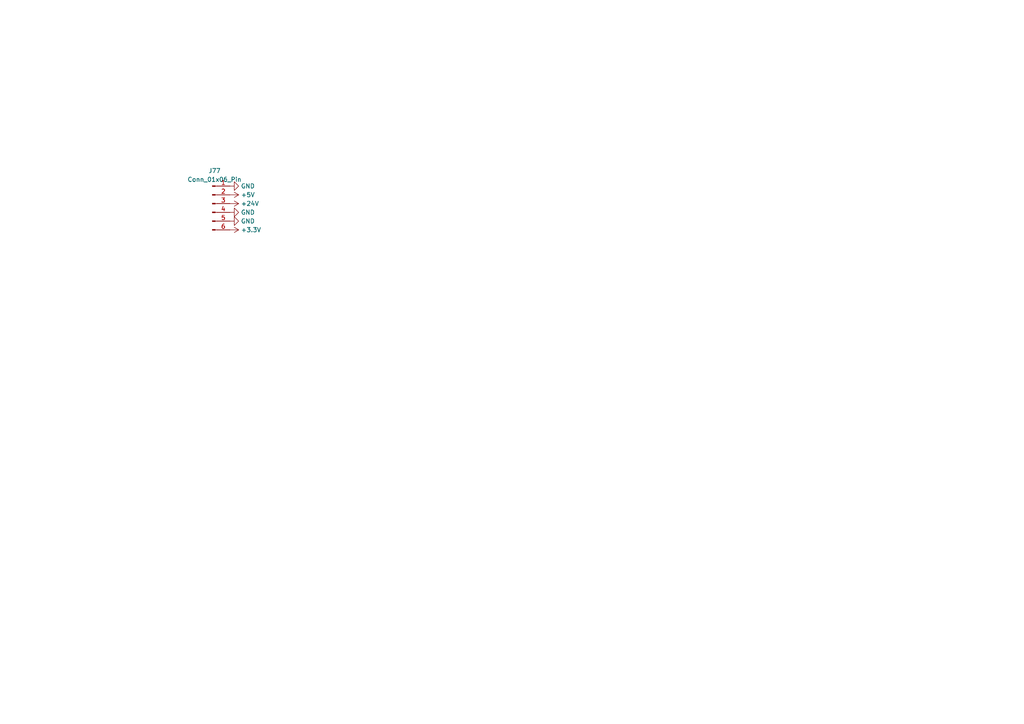
<source format=kicad_sch>
(kicad_sch (version 20230121) (generator eeschema)

  (uuid 98d826ab-925c-47a1-bb1b-cd37d9388182)

  (paper "A4")

  (lib_symbols
    (symbol "Connector:Conn_01x06_Pin" (pin_names (offset 1.016) hide) (in_bom yes) (on_board yes)
      (property "Reference" "J" (at 0 7.62 0)
        (effects (font (size 1.27 1.27)))
      )
      (property "Value" "Conn_01x06_Pin" (at 0 -10.16 0)
        (effects (font (size 1.27 1.27)))
      )
      (property "Footprint" "" (at 0 0 0)
        (effects (font (size 1.27 1.27)) hide)
      )
      (property "Datasheet" "~" (at 0 0 0)
        (effects (font (size 1.27 1.27)) hide)
      )
      (property "ki_locked" "" (at 0 0 0)
        (effects (font (size 1.27 1.27)))
      )
      (property "ki_keywords" "connector" (at 0 0 0)
        (effects (font (size 1.27 1.27)) hide)
      )
      (property "ki_description" "Generic connector, single row, 01x06, script generated" (at 0 0 0)
        (effects (font (size 1.27 1.27)) hide)
      )
      (property "ki_fp_filters" "Connector*:*_1x??_*" (at 0 0 0)
        (effects (font (size 1.27 1.27)) hide)
      )
      (symbol "Conn_01x06_Pin_1_1"
        (polyline
          (pts
            (xy 1.27 -7.62)
            (xy 0.8636 -7.62)
          )
          (stroke (width 0.1524) (type default))
          (fill (type none))
        )
        (polyline
          (pts
            (xy 1.27 -5.08)
            (xy 0.8636 -5.08)
          )
          (stroke (width 0.1524) (type default))
          (fill (type none))
        )
        (polyline
          (pts
            (xy 1.27 -2.54)
            (xy 0.8636 -2.54)
          )
          (stroke (width 0.1524) (type default))
          (fill (type none))
        )
        (polyline
          (pts
            (xy 1.27 0)
            (xy 0.8636 0)
          )
          (stroke (width 0.1524) (type default))
          (fill (type none))
        )
        (polyline
          (pts
            (xy 1.27 2.54)
            (xy 0.8636 2.54)
          )
          (stroke (width 0.1524) (type default))
          (fill (type none))
        )
        (polyline
          (pts
            (xy 1.27 5.08)
            (xy 0.8636 5.08)
          )
          (stroke (width 0.1524) (type default))
          (fill (type none))
        )
        (rectangle (start 0.8636 -7.493) (end 0 -7.747)
          (stroke (width 0.1524) (type default))
          (fill (type outline))
        )
        (rectangle (start 0.8636 -4.953) (end 0 -5.207)
          (stroke (width 0.1524) (type default))
          (fill (type outline))
        )
        (rectangle (start 0.8636 -2.413) (end 0 -2.667)
          (stroke (width 0.1524) (type default))
          (fill (type outline))
        )
        (rectangle (start 0.8636 0.127) (end 0 -0.127)
          (stroke (width 0.1524) (type default))
          (fill (type outline))
        )
        (rectangle (start 0.8636 2.667) (end 0 2.413)
          (stroke (width 0.1524) (type default))
          (fill (type outline))
        )
        (rectangle (start 0.8636 5.207) (end 0 4.953)
          (stroke (width 0.1524) (type default))
          (fill (type outline))
        )
        (pin passive line (at 5.08 5.08 180) (length 3.81)
          (name "Pin_1" (effects (font (size 1.27 1.27))))
          (number "1" (effects (font (size 1.27 1.27))))
        )
        (pin passive line (at 5.08 2.54 180) (length 3.81)
          (name "Pin_2" (effects (font (size 1.27 1.27))))
          (number "2" (effects (font (size 1.27 1.27))))
        )
        (pin passive line (at 5.08 0 180) (length 3.81)
          (name "Pin_3" (effects (font (size 1.27 1.27))))
          (number "3" (effects (font (size 1.27 1.27))))
        )
        (pin passive line (at 5.08 -2.54 180) (length 3.81)
          (name "Pin_4" (effects (font (size 1.27 1.27))))
          (number "4" (effects (font (size 1.27 1.27))))
        )
        (pin passive line (at 5.08 -5.08 180) (length 3.81)
          (name "Pin_5" (effects (font (size 1.27 1.27))))
          (number "5" (effects (font (size 1.27 1.27))))
        )
        (pin passive line (at 5.08 -7.62 180) (length 3.81)
          (name "Pin_6" (effects (font (size 1.27 1.27))))
          (number "6" (effects (font (size 1.27 1.27))))
        )
      )
    )
    (symbol "power:+24V" (power) (pin_names (offset 0)) (in_bom yes) (on_board yes)
      (property "Reference" "#PWR" (at 0 -3.81 0)
        (effects (font (size 1.27 1.27)) hide)
      )
      (property "Value" "+24V" (at 0 3.556 0)
        (effects (font (size 1.27 1.27)))
      )
      (property "Footprint" "" (at 0 0 0)
        (effects (font (size 1.27 1.27)) hide)
      )
      (property "Datasheet" "" (at 0 0 0)
        (effects (font (size 1.27 1.27)) hide)
      )
      (property "ki_keywords" "global power" (at 0 0 0)
        (effects (font (size 1.27 1.27)) hide)
      )
      (property "ki_description" "Power symbol creates a global label with name \"+24V\"" (at 0 0 0)
        (effects (font (size 1.27 1.27)) hide)
      )
      (symbol "+24V_0_1"
        (polyline
          (pts
            (xy -0.762 1.27)
            (xy 0 2.54)
          )
          (stroke (width 0) (type default))
          (fill (type none))
        )
        (polyline
          (pts
            (xy 0 0)
            (xy 0 2.54)
          )
          (stroke (width 0) (type default))
          (fill (type none))
        )
        (polyline
          (pts
            (xy 0 2.54)
            (xy 0.762 1.27)
          )
          (stroke (width 0) (type default))
          (fill (type none))
        )
      )
      (symbol "+24V_1_1"
        (pin power_in line (at 0 0 90) (length 0) hide
          (name "+24V" (effects (font (size 1.27 1.27))))
          (number "1" (effects (font (size 1.27 1.27))))
        )
      )
    )
    (symbol "power:+3.3V" (power) (pin_names (offset 0)) (in_bom yes) (on_board yes)
      (property "Reference" "#PWR" (at 0 -3.81 0)
        (effects (font (size 1.27 1.27)) hide)
      )
      (property "Value" "+3.3V" (at 0 3.556 0)
        (effects (font (size 1.27 1.27)))
      )
      (property "Footprint" "" (at 0 0 0)
        (effects (font (size 1.27 1.27)) hide)
      )
      (property "Datasheet" "" (at 0 0 0)
        (effects (font (size 1.27 1.27)) hide)
      )
      (property "ki_keywords" "global power" (at 0 0 0)
        (effects (font (size 1.27 1.27)) hide)
      )
      (property "ki_description" "Power symbol creates a global label with name \"+3.3V\"" (at 0 0 0)
        (effects (font (size 1.27 1.27)) hide)
      )
      (symbol "+3.3V_0_1"
        (polyline
          (pts
            (xy -0.762 1.27)
            (xy 0 2.54)
          )
          (stroke (width 0) (type default))
          (fill (type none))
        )
        (polyline
          (pts
            (xy 0 0)
            (xy 0 2.54)
          )
          (stroke (width 0) (type default))
          (fill (type none))
        )
        (polyline
          (pts
            (xy 0 2.54)
            (xy 0.762 1.27)
          )
          (stroke (width 0) (type default))
          (fill (type none))
        )
      )
      (symbol "+3.3V_1_1"
        (pin power_in line (at 0 0 90) (length 0) hide
          (name "+3.3V" (effects (font (size 1.27 1.27))))
          (number "1" (effects (font (size 1.27 1.27))))
        )
      )
    )
    (symbol "power:+5V" (power) (pin_names (offset 0)) (in_bom yes) (on_board yes)
      (property "Reference" "#PWR" (at 0 -3.81 0)
        (effects (font (size 1.27 1.27)) hide)
      )
      (property "Value" "+5V" (at 0 3.556 0)
        (effects (font (size 1.27 1.27)))
      )
      (property "Footprint" "" (at 0 0 0)
        (effects (font (size 1.27 1.27)) hide)
      )
      (property "Datasheet" "" (at 0 0 0)
        (effects (font (size 1.27 1.27)) hide)
      )
      (property "ki_keywords" "global power" (at 0 0 0)
        (effects (font (size 1.27 1.27)) hide)
      )
      (property "ki_description" "Power symbol creates a global label with name \"+5V\"" (at 0 0 0)
        (effects (font (size 1.27 1.27)) hide)
      )
      (symbol "+5V_0_1"
        (polyline
          (pts
            (xy -0.762 1.27)
            (xy 0 2.54)
          )
          (stroke (width 0) (type default))
          (fill (type none))
        )
        (polyline
          (pts
            (xy 0 0)
            (xy 0 2.54)
          )
          (stroke (width 0) (type default))
          (fill (type none))
        )
        (polyline
          (pts
            (xy 0 2.54)
            (xy 0.762 1.27)
          )
          (stroke (width 0) (type default))
          (fill (type none))
        )
      )
      (symbol "+5V_1_1"
        (pin power_in line (at 0 0 90) (length 0) hide
          (name "+5V" (effects (font (size 1.27 1.27))))
          (number "1" (effects (font (size 1.27 1.27))))
        )
      )
    )
    (symbol "power:GND" (power) (pin_names (offset 0)) (in_bom yes) (on_board yes)
      (property "Reference" "#PWR" (at 0 -6.35 0)
        (effects (font (size 1.27 1.27)) hide)
      )
      (property "Value" "GND" (at 0 -3.81 0)
        (effects (font (size 1.27 1.27)))
      )
      (property "Footprint" "" (at 0 0 0)
        (effects (font (size 1.27 1.27)) hide)
      )
      (property "Datasheet" "" (at 0 0 0)
        (effects (font (size 1.27 1.27)) hide)
      )
      (property "ki_keywords" "global power" (at 0 0 0)
        (effects (font (size 1.27 1.27)) hide)
      )
      (property "ki_description" "Power symbol creates a global label with name \"GND\" , ground" (at 0 0 0)
        (effects (font (size 1.27 1.27)) hide)
      )
      (symbol "GND_0_1"
        (polyline
          (pts
            (xy 0 0)
            (xy 0 -1.27)
            (xy 1.27 -1.27)
            (xy 0 -2.54)
            (xy -1.27 -1.27)
            (xy 0 -1.27)
          )
          (stroke (width 0) (type default))
          (fill (type none))
        )
      )
      (symbol "GND_1_1"
        (pin power_in line (at 0 0 270) (length 0) hide
          (name "GND" (effects (font (size 1.27 1.27))))
          (number "1" (effects (font (size 1.27 1.27))))
        )
      )
    )
  )


  (symbol (lib_id "power:+24V") (at 66.675 59.055 270) (unit 1)
    (in_bom yes) (on_board yes) (dnp no) (fields_autoplaced)
    (uuid 26c00e72-e450-4d09-912c-4c33d6693e73)
    (property "Reference" "#PWR0137" (at 62.865 59.055 0)
      (effects (font (size 1.27 1.27)) hide)
    )
    (property "Value" "+24V" (at 69.85 59.055 90)
      (effects (font (size 1.27 1.27)) (justify left))
    )
    (property "Footprint" "" (at 66.675 59.055 0)
      (effects (font (size 1.27 1.27)) hide)
    )
    (property "Datasheet" "" (at 66.675 59.055 0)
      (effects (font (size 1.27 1.27)) hide)
    )
    (pin "1" (uuid 192d57ba-bcb1-4d12-9cfd-3a0357ecf625))
    (instances
      (project "bcrl_power_supply"
        (path "/77f0f57c-9586-4625-9281-fa8cbd8015db/a85e3a44-afc6-43fc-a4d8-d3c8f12cb5cc"
          (reference "#PWR0137") (unit 1)
        )
      )
    )
  )

  (symbol (lib_id "Connector:Conn_01x06_Pin") (at 61.595 59.055 0) (unit 1)
    (in_bom yes) (on_board yes) (dnp no) (fields_autoplaced)
    (uuid 29dc79e0-edf3-4e83-b01e-873ec4f0fae0)
    (property "Reference" "J77" (at 62.23 49.53 0)
      (effects (font (size 1.27 1.27)))
    )
    (property "Value" "Conn_01x06_Pin" (at 62.23 52.07 0)
      (effects (font (size 1.27 1.27)))
    )
    (property "Footprint" "" (at 61.595 59.055 0)
      (effects (font (size 1.27 1.27)) hide)
    )
    (property "Datasheet" "~" (at 61.595 59.055 0)
      (effects (font (size 1.27 1.27)) hide)
    )
    (pin "2" (uuid 22602a3d-7bc7-4d6e-ba24-630e172466b6))
    (pin "6" (uuid 6ccc2319-d535-40a3-9c55-e4532400fd41))
    (pin "1" (uuid 155c360c-1bdb-4005-af84-0ff9c9e7ded5))
    (pin "3" (uuid 670c4471-5a93-4684-be2e-fe65eacd0a1c))
    (pin "4" (uuid d23b00dd-9734-4187-b1b3-33a791c96ad2))
    (pin "5" (uuid 554a5959-5ae9-47e2-91f5-81bf90f08b07))
    (instances
      (project "bcrl_power_supply"
        (path "/77f0f57c-9586-4625-9281-fa8cbd8015db/a85e3a44-afc6-43fc-a4d8-d3c8f12cb5cc"
          (reference "J77") (unit 1)
        )
      )
    )
  )

  (symbol (lib_id "power:+3.3V") (at 66.675 66.675 270) (unit 1)
    (in_bom yes) (on_board yes) (dnp no) (fields_autoplaced)
    (uuid 425b9208-8bc7-4dd2-902b-49ba79a5b089)
    (property "Reference" "#PWR0148" (at 62.865 66.675 0)
      (effects (font (size 1.27 1.27)) hide)
    )
    (property "Value" "+3.3V" (at 69.85 66.675 90)
      (effects (font (size 1.27 1.27)) (justify left))
    )
    (property "Footprint" "" (at 66.675 66.675 0)
      (effects (font (size 1.27 1.27)) hide)
    )
    (property "Datasheet" "" (at 66.675 66.675 0)
      (effects (font (size 1.27 1.27)) hide)
    )
    (pin "1" (uuid 47f6500d-0a1f-4b56-9d13-3e8a85d0574b))
    (instances
      (project "bcrl_power_supply"
        (path "/77f0f57c-9586-4625-9281-fa8cbd8015db/a85e3a44-afc6-43fc-a4d8-d3c8f12cb5cc"
          (reference "#PWR0148") (unit 1)
        )
      )
    )
  )

  (symbol (lib_id "power:GND") (at 66.675 61.595 90) (unit 1)
    (in_bom yes) (on_board yes) (dnp no) (fields_autoplaced)
    (uuid 6e4c55e2-9698-4277-a347-06ff8e5244c9)
    (property "Reference" "#PWR0146" (at 73.025 61.595 0)
      (effects (font (size 1.27 1.27)) hide)
    )
    (property "Value" "GND" (at 69.85 61.595 90)
      (effects (font (size 1.27 1.27)) (justify right))
    )
    (property "Footprint" "" (at 66.675 61.595 0)
      (effects (font (size 1.27 1.27)) hide)
    )
    (property "Datasheet" "" (at 66.675 61.595 0)
      (effects (font (size 1.27 1.27)) hide)
    )
    (pin "1" (uuid 9c761d83-9de6-4c49-8c29-1ec8e7321d49))
    (instances
      (project "bcrl_power_supply"
        (path "/77f0f57c-9586-4625-9281-fa8cbd8015db/a85e3a44-afc6-43fc-a4d8-d3c8f12cb5cc"
          (reference "#PWR0146") (unit 1)
        )
      )
    )
  )

  (symbol (lib_id "power:+5V") (at 66.675 56.515 270) (unit 1)
    (in_bom yes) (on_board yes) (dnp no) (fields_autoplaced)
    (uuid cd23d922-fd18-4177-9194-19ed8fc5fd8f)
    (property "Reference" "#PWR0136" (at 62.865 56.515 0)
      (effects (font (size 1.27 1.27)) hide)
    )
    (property "Value" "+5V" (at 69.85 56.515 90)
      (effects (font (size 1.27 1.27)) (justify left))
    )
    (property "Footprint" "" (at 66.675 56.515 0)
      (effects (font (size 1.27 1.27)) hide)
    )
    (property "Datasheet" "" (at 66.675 56.515 0)
      (effects (font (size 1.27 1.27)) hide)
    )
    (pin "1" (uuid 1f86c1ff-36ed-4aca-a35a-7272f0f00758))
    (instances
      (project "bcrl_power_supply"
        (path "/77f0f57c-9586-4625-9281-fa8cbd8015db/a85e3a44-afc6-43fc-a4d8-d3c8f12cb5cc"
          (reference "#PWR0136") (unit 1)
        )
      )
    )
  )

  (symbol (lib_id "power:GND") (at 66.675 53.975 90) (unit 1)
    (in_bom yes) (on_board yes) (dnp no) (fields_autoplaced)
    (uuid d86c83ed-69de-45df-b6b9-0734618b5723)
    (property "Reference" "#PWR0135" (at 73.025 53.975 0)
      (effects (font (size 1.27 1.27)) hide)
    )
    (property "Value" "GND" (at 69.85 53.975 90)
      (effects (font (size 1.27 1.27)) (justify right))
    )
    (property "Footprint" "" (at 66.675 53.975 0)
      (effects (font (size 1.27 1.27)) hide)
    )
    (property "Datasheet" "" (at 66.675 53.975 0)
      (effects (font (size 1.27 1.27)) hide)
    )
    (pin "1" (uuid cb5880a9-42fa-4e3a-98b9-450652c0d14b))
    (instances
      (project "bcrl_power_supply"
        (path "/77f0f57c-9586-4625-9281-fa8cbd8015db/a85e3a44-afc6-43fc-a4d8-d3c8f12cb5cc"
          (reference "#PWR0135") (unit 1)
        )
      )
    )
  )

  (symbol (lib_id "power:GND") (at 66.675 64.135 90) (unit 1)
    (in_bom yes) (on_board yes) (dnp no) (fields_autoplaced)
    (uuid f45d1993-4deb-490b-a1b6-21cfe0caf0c2)
    (property "Reference" "#PWR0147" (at 73.025 64.135 0)
      (effects (font (size 1.27 1.27)) hide)
    )
    (property "Value" "GND" (at 69.85 64.135 90)
      (effects (font (size 1.27 1.27)) (justify right))
    )
    (property "Footprint" "" (at 66.675 64.135 0)
      (effects (font (size 1.27 1.27)) hide)
    )
    (property "Datasheet" "" (at 66.675 64.135 0)
      (effects (font (size 1.27 1.27)) hide)
    )
    (pin "1" (uuid 14c4c8fa-4ed7-4873-8aae-82448669e6f0))
    (instances
      (project "bcrl_power_supply"
        (path "/77f0f57c-9586-4625-9281-fa8cbd8015db/a85e3a44-afc6-43fc-a4d8-d3c8f12cb5cc"
          (reference "#PWR0147") (unit 1)
        )
      )
    )
  )
)

</source>
